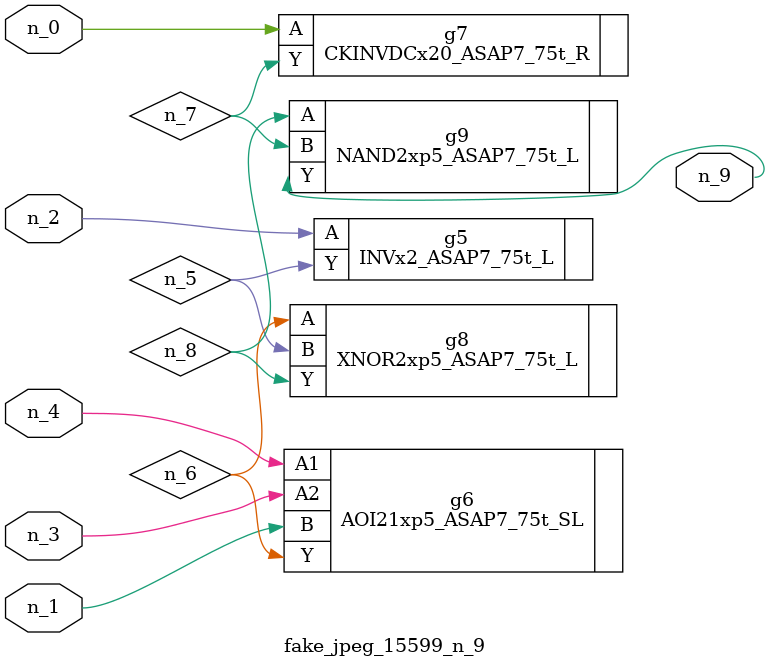
<source format=v>
module fake_jpeg_15599_n_9 (n_3, n_2, n_1, n_0, n_4, n_9);

input n_3;
input n_2;
input n_1;
input n_0;
input n_4;

output n_9;

wire n_8;
wire n_6;
wire n_5;
wire n_7;

INVx2_ASAP7_75t_L g5 ( 
.A(n_2),
.Y(n_5)
);

AOI21xp5_ASAP7_75t_SL g6 ( 
.A1(n_4),
.A2(n_3),
.B(n_1),
.Y(n_6)
);

CKINVDCx20_ASAP7_75t_R g7 ( 
.A(n_0),
.Y(n_7)
);

XNOR2xp5_ASAP7_75t_L g8 ( 
.A(n_6),
.B(n_5),
.Y(n_8)
);

NAND2xp5_ASAP7_75t_L g9 ( 
.A(n_8),
.B(n_7),
.Y(n_9)
);


endmodule
</source>
